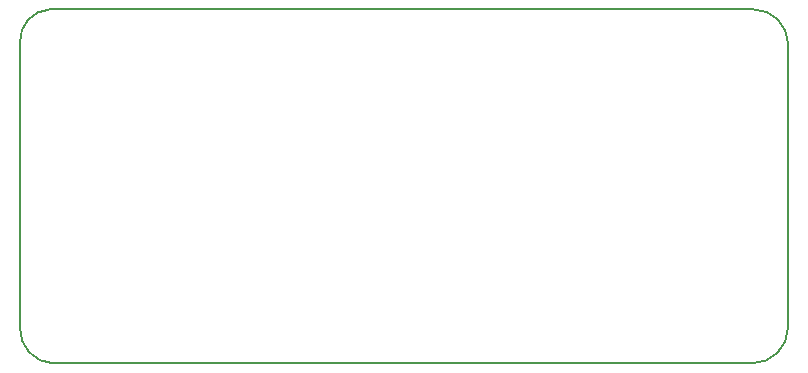
<source format=gm1>
%TF.GenerationSoftware,KiCad,Pcbnew,4.0.7*%
%TF.CreationDate,2018-07-08T22:20:33+02:00*%
%TF.ProjectId,Elemental-pHAT,456C656D656E74616C2D704841542E6B,rev?*%
%TF.FileFunction,Profile,NP*%
%FSLAX46Y46*%
G04 Gerber Fmt 4.6, Leading zero omitted, Abs format (unit mm)*
G04 Created by KiCad (PCBNEW 4.0.7) date 07/08/18 22:20:33*
%MOMM*%
%LPD*%
G01*
G04 APERTURE LIST*
%ADD10C,0.127000*%
G04 APERTURE END LIST*
D10*
X111125000Y-118491000D02*
X170053000Y-118491000D01*
X110617000Y-88519000D02*
X111125000Y-88519000D01*
X110617000Y-88519000D02*
G75*
G03X108077000Y-91313000I127000J-2667000D01*
G01*
X108077000Y-115443000D02*
X108077000Y-91313000D01*
X111125000Y-118491000D02*
X110871000Y-118491000D01*
X108077000Y-115443000D02*
G75*
G03X110871000Y-118491000I2921000J-127000D01*
G01*
X170053000Y-118491000D02*
G75*
G03X173101000Y-115443000I0J3048000D01*
G01*
X173101000Y-91440000D02*
X173101000Y-115443000D01*
X173101000Y-91440000D02*
G75*
G03X170180000Y-88519000I-2921000J0D01*
G01*
X111125000Y-88519000D02*
X170180000Y-88519000D01*
M02*

</source>
